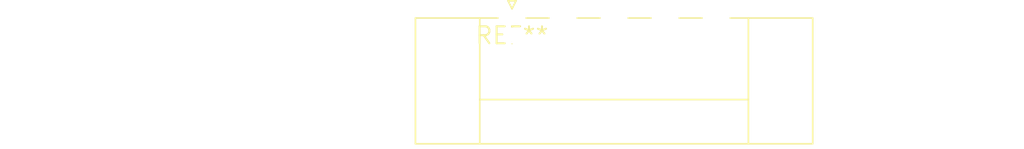
<source format=kicad_pcb>
(kicad_pcb (version 20240108) (generator pcbnew)
  (layers (0 "F.Cu" signal) (31 "B.Cu" signal) (34 "B.Paste" user) (35 "F.Paste" user) (36 "B.SilkS" user "B.Silkscreen") (37 "F.SilkS" user "F.Silkscreen") (38 "B.Mask" user) (39 "F.Mask" user) (44 "Edge.Cuts" user))
  (net 0 "")
  (footprint "PhoenixContact_MC_1,5_5-GF-3.81_1x05_P3.81mm_Horizontal_ThreadedFlange" (layer "F.Cu") (at 0 0)
    (property "Reference" "REF**")
    (property "Value" "PhoenixContact_MC_1,5_5-GF-3.81_1x05_P3.81mm_Horizontal_ThreadedFlange")
    (fp_line (start -7.21 -1.31) (end -7.21 8.11) (layer "F.SilkS") (stroke (width 0.12)))
    (fp_line (start -7.21 -1.31) (end -1.05 -1.31) (layer "F.SilkS") (stroke (width 0.12)))
    (fp_line (start -7.21 8.11) (end 22.45 8.11) (layer "F.SilkS") (stroke (width 0.12)))
    (fp_line (start -2.41 -1.31) (end -2.41 8.11) (layer "F.SilkS") (stroke (width 0.12)))
    (fp_line (start -2.41 4.8) (end 17.65 4.8) (layer "F.SilkS") (stroke (width 0.12)))
    (fp_line (start -0.3 -2.6) (end 0.3 -2.6) (layer "F.SilkS") (stroke (width 0.12)))
    (fp_line (start 0 -2) (end -0.3 -2.6) (layer "F.SilkS") (stroke (width 0.12)))
    (fp_line (start 0.3 -2.6) (end 0 -2) (layer "F.SilkS") (stroke (width 0.12)))
    (fp_line (start 1.05 -1.31) (end 2.76 -1.31) (layer "F.SilkS") (stroke (width 0.12)))
    (fp_line (start 4.86 -1.31) (end 6.57 -1.31) (layer "F.SilkS") (stroke (width 0.12)))
    (fp_line (start 8.67 -1.31) (end 10.38 -1.31) (layer "F.SilkS") (stroke (width 0.12)))
    (fp_line (start 12.48 -1.31) (end 14.19 -1.31) (layer "F.SilkS") (stroke (width 0.12)))
    (fp_line (start 17.65 -1.31) (end 17.65 8.11) (layer "F.SilkS") (stroke (width 0.12)))
    (fp_line (start 22.45 -1.31) (end 16.29 -1.31) (layer "F.SilkS") (stroke (width 0.12)))
    (fp_line (start 22.45 8.11) (end 22.45 -1.31) (layer "F.SilkS") (stroke (width 0.12)))
    (pad "1" thru_hole roundrect (at 0 0) (size 1.8 3.6) (drill 1.2) (layers *.Cu *.Mask) (remove_unused_layers) (roundrect_rratio 0.138889))
    (pad "2" thru_hole oval (at 3.81 0) (size 1.8 3.6) (drill 1.2) (layers *.Cu *.Mask) (remove_unused_layers))
    (pad "3" thru_hole oval (at 7.62 0) (size 1.8 3.6) (drill 1.2) (layers *.Cu *.Mask) (remove_unused_layers))
    (pad "4" thru_hole oval (at 11.43 0) (size 1.8 3.6) (drill 1.2) (layers *.Cu *.Mask) (remove_unused_layers))
    (pad "5" thru_hole oval (at 15.24 0) (size 1.8 3.6) (drill 1.2) (layers *.Cu *.Mask) (remove_unused_layers))
  )
)
</source>
